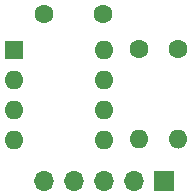
<source format=gbr>
G04 #@! TF.GenerationSoftware,KiCad,Pcbnew,(5.1.4)-1*
G04 #@! TF.CreationDate,2019-10-03T12:30:05-04:00*
G04 #@! TF.ProjectId,I2C_Breakout,4932435f-4272-4656-916b-6f75742e6b69,rev?*
G04 #@! TF.SameCoordinates,Original*
G04 #@! TF.FileFunction,Copper,L1,Top*
G04 #@! TF.FilePolarity,Positive*
%FSLAX46Y46*%
G04 Gerber Fmt 4.6, Leading zero omitted, Abs format (unit mm)*
G04 Created by KiCad (PCBNEW (5.1.4)-1) date 2019-10-03 12:30:05*
%MOMM*%
%LPD*%
G04 APERTURE LIST*
%ADD10C,1.600000*%
%ADD11O,1.600000X1.600000*%
%ADD12R,1.600000X1.600000*%
%ADD13O,1.700000X1.700000*%
%ADD14R,1.700000X1.700000*%
%ADD15C,0.350000*%
%ADD16C,0.250000*%
G04 APERTURE END LIST*
D10*
X154100000Y-81900000D03*
X159100000Y-81900000D03*
D11*
X159220000Y-84950000D03*
X151600000Y-92570000D03*
X159220000Y-87490000D03*
X151600000Y-90030000D03*
X159220000Y-90030000D03*
X151600000Y-87490000D03*
X159220000Y-92570000D03*
D12*
X151600000Y-84950000D03*
D11*
X165450000Y-92520000D03*
D10*
X165450000Y-84900000D03*
D11*
X162150000Y-92520000D03*
D10*
X162150000Y-84900000D03*
D13*
X154140000Y-96100000D03*
X156680000Y-96100000D03*
X159220000Y-96100000D03*
X161760000Y-96100000D03*
D14*
X164300000Y-96100000D03*
D15*
X159220000Y-87490000D02*
X159110000Y-87490000D01*
X159220000Y-82020000D02*
X159100000Y-81900000D01*
X162100000Y-84950000D02*
X162150000Y-84900000D01*
D16*
X162100000Y-92570000D02*
X162150000Y-92520000D01*
X165450000Y-93160000D02*
X165450000Y-92520000D01*
X165090000Y-92520000D02*
X165450000Y-92520000D01*
M02*

</source>
